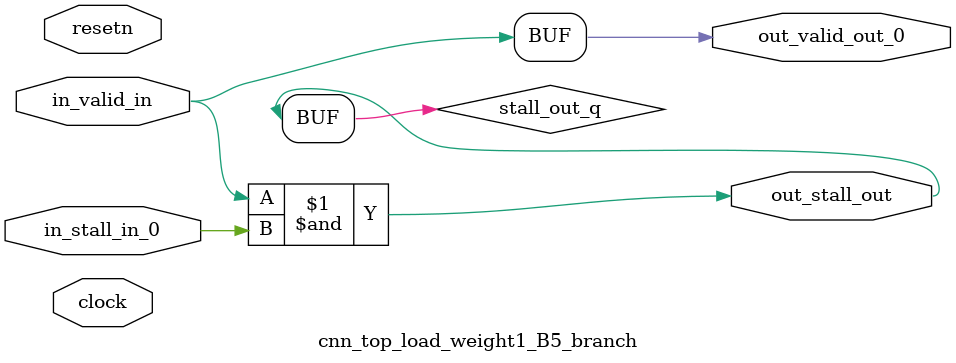
<source format=sv>



(* altera_attribute = "-name AUTO_SHIFT_REGISTER_RECOGNITION OFF; -name MESSAGE_DISABLE 10036; -name MESSAGE_DISABLE 10037; -name MESSAGE_DISABLE 14130; -name MESSAGE_DISABLE 14320; -name MESSAGE_DISABLE 15400; -name MESSAGE_DISABLE 14130; -name MESSAGE_DISABLE 10036; -name MESSAGE_DISABLE 12020; -name MESSAGE_DISABLE 12030; -name MESSAGE_DISABLE 12010; -name MESSAGE_DISABLE 12110; -name MESSAGE_DISABLE 14320; -name MESSAGE_DISABLE 13410; -name MESSAGE_DISABLE 113007; -name MESSAGE_DISABLE 10958" *)
module cnn_top_load_weight1_B5_branch (
    input wire [0:0] in_stall_in_0,
    input wire [0:0] in_valid_in,
    output wire [0:0] out_stall_out,
    output wire [0:0] out_valid_out_0,
    input wire clock,
    input wire resetn
    );

    wire [0:0] stall_out_q;


    // stall_out(LOGICAL,6)
    assign stall_out_q = in_valid_in & in_stall_in_0;

    // out_stall_out(GPOUT,4)
    assign out_stall_out = stall_out_q;

    // out_valid_out_0(GPOUT,5)
    assign out_valid_out_0 = in_valid_in;

endmodule

</source>
